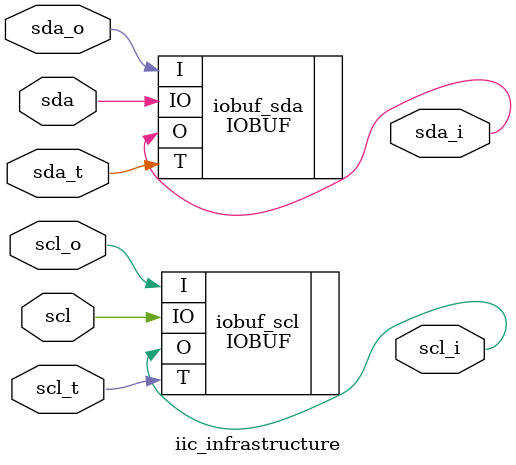
<source format=v>
module iic_infrastructure(
    output sda_i,
    input  sda_o,
    input  sda_t,
    output scl_i,
    input  scl_o,
    input  scl_t,
    inout  sda,
    inout  scl
  );
  IOBUF iobuf_sda(
    .O (sda_i),
    .IO(sda),
    .I (sda_o),
    .T (sda_t)
  );
  IOBUF iobuf_scl(
    .O (scl_i),
    .IO(scl),
    .I (scl_o),
    .T (scl_t)
  );
endmodule

</source>
